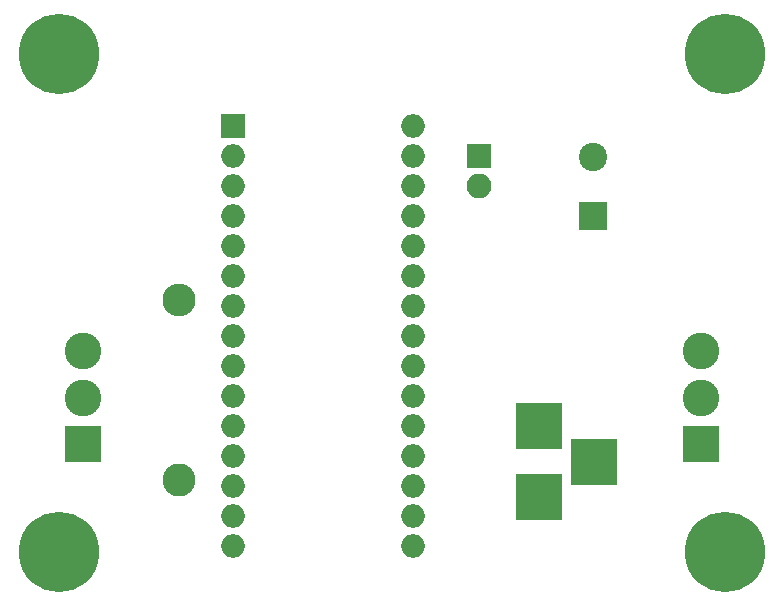
<source format=gbr>
G04 #@! TF.FileFunction,Soldermask,Bot*
%FSLAX46Y46*%
G04 Gerber Fmt 4.6, Leading zero omitted, Abs format (unit mm)*
G04 Created by KiCad (PCBNEW 4.0.6) date Wed Jul 19 18:28:27 2017*
%MOMM*%
%LPD*%
G01*
G04 APERTURE LIST*
%ADD10C,0.100000*%
%ADD11R,2.000000X2.000000*%
%ADD12O,2.000000X2.000000*%
%ADD13R,3.900000X3.900000*%
%ADD14R,2.100000X2.100000*%
%ADD15O,2.100000X2.100000*%
%ADD16C,2.800000*%
%ADD17O,2.800000X2.800000*%
%ADD18C,6.800000*%
%ADD19R,3.100000X3.100000*%
%ADD20C,3.100000*%
%ADD21R,2.400000X2.400000*%
%ADD22C,2.400000*%
G04 APERTURE END LIST*
D10*
D11*
X135128000Y-85852000D03*
D12*
X150368000Y-118872000D03*
X135128000Y-88392000D03*
X150368000Y-116332000D03*
X135128000Y-90932000D03*
X150368000Y-113792000D03*
X135128000Y-93472000D03*
X150368000Y-111252000D03*
X135128000Y-96012000D03*
X150368000Y-108712000D03*
X135128000Y-98552000D03*
X150368000Y-106172000D03*
X135128000Y-101092000D03*
X150368000Y-103632000D03*
X135128000Y-103632000D03*
X150368000Y-101092000D03*
X135128000Y-106172000D03*
X150368000Y-98552000D03*
X135128000Y-108712000D03*
X150368000Y-96012000D03*
X135128000Y-111252000D03*
X150368000Y-93472000D03*
X135128000Y-113792000D03*
X150368000Y-90932000D03*
X135128000Y-116332000D03*
X150368000Y-88392000D03*
X135128000Y-118872000D03*
X150368000Y-85852000D03*
X135128000Y-121412000D03*
X150368000Y-121412000D03*
D13*
X161036000Y-111252000D03*
X161036000Y-117252000D03*
X165736000Y-114252000D03*
D14*
X155956000Y-88392000D03*
D15*
X155956000Y-90932000D03*
D16*
X130556000Y-115824000D03*
D17*
X130556000Y-100584000D03*
D18*
X120396000Y-121920000D03*
X176784000Y-121920000D03*
X176784000Y-79756000D03*
X120396000Y-79756000D03*
D19*
X174784000Y-112776000D03*
D20*
X174784000Y-108816000D03*
X174784000Y-104856000D03*
D19*
X122428000Y-112776000D03*
D20*
X122428000Y-108816000D03*
X122428000Y-104856000D03*
D21*
X165608000Y-93472000D03*
D22*
X165608000Y-88472000D03*
M02*

</source>
